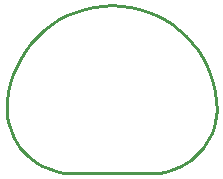
<source format=gbr>
G04 EAGLE Gerber RS-274X export*
G75*
%MOMM*%
%FSLAX34Y34*%
%LPD*%
%IN*%
%IPPOS*%
%AMOC8*
5,1,8,0,0,1.08239X$1,22.5*%
G01*
%ADD10C,0.254000*%


D10*
X-88900Y0D02*
X-88466Y-4861D01*
X-87610Y-9665D01*
X-86339Y-14376D01*
X-84661Y-18959D01*
X-82591Y-23378D01*
X-80143Y-27600D01*
X-77337Y-31592D01*
X-74194Y-35325D01*
X-70737Y-38769D01*
X-66993Y-41899D01*
X-62991Y-44691D01*
X-58760Y-47124D01*
X-54334Y-49178D01*
X-49745Y-50839D01*
X-45029Y-52093D01*
X-40222Y-52932D01*
X-35360Y-53349D01*
X-30480Y-53340D01*
X30480Y-53340D01*
X35360Y-53349D01*
X40222Y-52932D01*
X45029Y-52093D01*
X49745Y-50839D01*
X54334Y-49178D01*
X58760Y-47124D01*
X62991Y-44691D01*
X66993Y-41899D01*
X70737Y-38769D01*
X74194Y-35325D01*
X77337Y-31592D01*
X80144Y-27600D01*
X82591Y-23378D01*
X84661Y-18959D01*
X86339Y-14376D01*
X87610Y-9665D01*
X88466Y-4861D01*
X88900Y0D01*
X88900Y2D01*
X88562Y7750D01*
X87549Y15439D01*
X85871Y23011D01*
X83538Y30407D01*
X80570Y37572D01*
X76989Y44451D01*
X72822Y50992D01*
X68101Y57145D01*
X62861Y62863D01*
X57143Y68102D01*
X50991Y72823D01*
X44450Y76990D01*
X37570Y80571D01*
X30405Y83539D01*
X23009Y85871D01*
X15437Y87550D01*
X7748Y88562D01*
X0Y88900D01*
X-6Y88900D01*
X-7754Y88561D01*
X-15443Y87549D01*
X-23014Y85870D01*
X-30410Y83538D01*
X-37575Y80570D01*
X-44454Y76989D01*
X-50995Y72821D01*
X-57147Y68100D01*
X-62865Y62861D01*
X-68104Y57143D01*
X-72825Y50990D01*
X-76992Y44449D01*
X-80572Y37570D01*
X-83540Y30405D01*
X-85872Y23008D01*
X-87550Y15437D01*
X-88562Y7748D01*
X-88900Y0D01*
M02*

</source>
